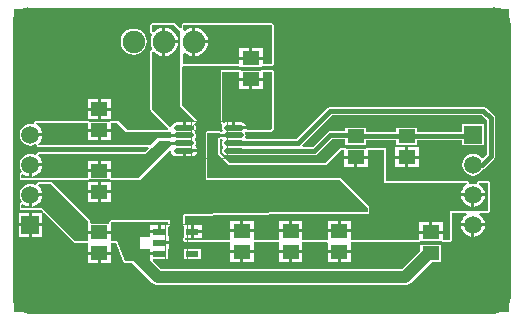
<source format=gtl>
G04*
G04 #@! TF.GenerationSoftware,Altium Limited,Altium Designer,20.0.13 (296)*
G04*
G04 Layer_Physical_Order=1*
G04 Layer_Color=255*
%FSLAX24Y24*%
%MOIN*%
G70*
G01*
G75*
%ADD10C,0.0100*%
%ADD14C,0.0039*%
%ADD15R,0.0579X0.0457*%
%ADD16R,0.0433X0.0236*%
%ADD17O,0.0669X0.0169*%
%ADD24C,0.0400*%
%ADD25C,0.0150*%
%ADD26C,0.0748*%
%ADD27C,0.0591*%
%ADD28R,0.0591X0.0591*%
G36*
X16500Y0D02*
X0D01*
Y10100D01*
X16500D01*
Y0D01*
D02*
G37*
%LPC*%
G36*
X8600Y9615D02*
X5650D01*
X5604Y9596D01*
X5585Y9550D01*
Y9472D01*
X5539Y9453D01*
X5396Y9596D01*
X5350Y9615D01*
X4600D01*
X4554Y9596D01*
X4535Y9550D01*
Y9335D01*
X4541Y9321D01*
X4542Y9306D01*
X4550Y9299D01*
X4554Y9289D01*
X4568Y9283D01*
X4579Y9274D01*
X4596Y9268D01*
X4611Y9239D01*
X4618Y9211D01*
X4577Y9113D01*
X4562Y9000D01*
X4577Y8887D01*
X4618Y8789D01*
X4611Y8761D01*
X4596Y8732D01*
X4579Y8726D01*
X4568Y8716D01*
X4554Y8711D01*
X4550Y8701D01*
X4542Y8694D01*
X4541Y8679D01*
X4535Y8665D01*
Y6750D01*
X4554Y6704D01*
X5143Y6115D01*
X5143Y6114D01*
X5133Y6066D01*
X5133Y6065D01*
X3777D01*
X3496Y6346D01*
X3450Y6365D01*
X3239D01*
X3193Y6346D01*
X3190Y6338D01*
X2510D01*
X2507Y6346D01*
X2461Y6365D01*
X748D01*
X730Y6358D01*
X712Y6354D01*
X708Y6348D01*
X702Y6346D01*
X695Y6328D01*
X684Y6313D01*
X679Y6285D01*
X652Y6256D01*
X626Y6248D01*
X550Y6258D01*
X457Y6246D01*
X371Y6210D01*
X297Y6153D01*
X240Y6079D01*
X204Y5993D01*
X192Y5900D01*
X204Y5807D01*
X240Y5721D01*
X297Y5647D01*
X371Y5590D01*
X457Y5554D01*
X550Y5542D01*
X643Y5554D01*
X699Y5577D01*
X702Y5577D01*
X755Y5552D01*
X757Y5549D01*
X764Y5529D01*
X774Y5518D01*
X779Y5504D01*
X789Y5500D01*
X797Y5492D01*
X812Y5491D01*
X825Y5485D01*
X4472D01*
X4490Y5438D01*
X4353Y5315D01*
X4150Y5315D01*
X825D01*
X812Y5309D01*
X797Y5308D01*
X789Y5300D01*
X779Y5296D01*
X774Y5282D01*
X764Y5271D01*
X757Y5251D01*
X755Y5248D01*
X702Y5223D01*
X699Y5223D01*
X643Y5246D01*
X550Y5258D01*
X457Y5246D01*
X371Y5210D01*
X297Y5153D01*
X240Y5079D01*
X204Y4993D01*
X192Y4900D01*
X204Y4807D01*
X240Y4721D01*
X258Y4697D01*
X241Y4637D01*
X221Y4627D01*
X214Y4619D01*
X204Y4615D01*
X198Y4601D01*
X189Y4590D01*
X189Y4579D01*
X185Y4569D01*
Y4450D01*
X204Y4404D01*
X250Y4385D01*
X2461D01*
X2507Y4404D01*
X2510Y4412D01*
X3190D01*
X3193Y4404D01*
X3239Y4385D01*
X4150D01*
X4196Y4404D01*
X5190Y5399D01*
X5237Y5374D01*
X5235Y5366D01*
X5249Y5294D01*
X5290Y5233D01*
X5351Y5192D01*
X5423Y5178D01*
X5623D01*
Y5366D01*
X5673D01*
Y5416D01*
X6102D01*
X6097Y5438D01*
X6056Y5499D01*
X6047Y5547D01*
X6059Y5566D01*
X6071Y5622D01*
X6059Y5678D01*
X6028Y5726D01*
Y5774D01*
X6059Y5822D01*
X6071Y5878D01*
X6059Y5934D01*
X6033Y5973D01*
X6030Y6006D01*
X6033Y6038D01*
X6059Y6077D01*
X6071Y6134D01*
X6059Y6190D01*
X6042Y6217D01*
X6049Y6274D01*
X6053Y6281D01*
X6054Y6281D01*
X6061Y6290D01*
X6070Y6295D01*
X6077Y6303D01*
X6083Y6319D01*
X6084Y6321D01*
X6084Y6322D01*
X6093Y6338D01*
X6096Y6361D01*
X6095Y6365D01*
X6096Y6369D01*
X6088Y6389D01*
X6082Y6409D01*
X6079Y6411D01*
X6077Y6415D01*
X5615Y6877D01*
Y8162D01*
X5650Y8185D01*
X7501Y8185D01*
X7551Y8162D01*
Y8162D01*
X8249D01*
Y8162D01*
X8286Y8186D01*
X8289Y8185D01*
X8600D01*
X8646Y8204D01*
X8665Y8250D01*
Y9550D01*
X8646Y9596D01*
X8600Y9615D01*
D02*
G37*
G36*
X3992Y9438D02*
X3879Y9423D01*
X3773Y9379D01*
X3683Y9310D01*
X3613Y9219D01*
X3569Y9113D01*
X3554Y9000D01*
X3569Y8887D01*
X3613Y8781D01*
X3683Y8690D01*
X3773Y8621D01*
X3879Y8577D01*
X3992Y8562D01*
X4105Y8577D01*
X4211Y8621D01*
X4302Y8690D01*
X4371Y8781D01*
X4415Y8887D01*
X4430Y9000D01*
X4415Y9113D01*
X4371Y9219D01*
X4302Y9310D01*
X4211Y9379D01*
X4105Y9423D01*
X3992Y9438D01*
D02*
G37*
G36*
X8600Y8065D02*
X8289D01*
X8243Y8046D01*
X8240Y8038D01*
X7560D01*
X7557Y8046D01*
X7511Y8065D01*
X6950D01*
X6904Y8046D01*
X6885Y8000D01*
Y6324D01*
X6889Y6315D01*
X6888Y6305D01*
X6898Y6293D01*
X6904Y6278D01*
X6913Y6275D01*
X6919Y6267D01*
X6928Y6262D01*
X6946Y6199D01*
X6941Y6190D01*
X6929Y6134D01*
X6941Y6077D01*
X6964Y6043D01*
X6947Y5999D01*
X6945Y5997D01*
X6898Y5996D01*
X6878Y6004D01*
X6858Y6015D01*
X6855Y6014D01*
X6852Y6015D01*
X6450D01*
X6404Y5996D01*
X6385Y5950D01*
Y4450D01*
X6404Y4404D01*
X6450Y4385D01*
X10873D01*
X11785Y3473D01*
Y3314D01*
X9450D01*
X9450Y3313D01*
X9449Y3314D01*
X5699Y3265D01*
X5677Y3255D01*
X5654Y3246D01*
X5654Y3246D01*
X5653Y3245D01*
X5644Y3223D01*
X5635Y3200D01*
Y2892D01*
X5654Y2846D01*
X5675Y2838D01*
Y2510D01*
X5654Y2502D01*
X5635Y2456D01*
Y2400D01*
X5654Y2354D01*
X5700Y2335D01*
X7164D01*
X7211Y2328D01*
X7211Y2285D01*
Y2050D01*
X7600D01*
Y2000D01*
D01*
Y2050D01*
X7989D01*
Y2285D01*
X7989Y2328D01*
X8036Y2335D01*
X8789D01*
X8836Y2328D01*
X8836Y2285D01*
Y2050D01*
X9225D01*
X9614D01*
Y2285D01*
X9614Y2328D01*
X9661Y2335D01*
X10414Y2335D01*
X10461Y2285D01*
Y2050D01*
X10850D01*
X11239D01*
Y2285D01*
X11239Y2328D01*
X11286Y2335D01*
X13511D01*
X13557Y2354D01*
X13560Y2362D01*
X14240D01*
X14243Y2354D01*
X14289Y2335D01*
X14550D01*
X14596Y2354D01*
X14615Y2400D01*
Y3285D01*
X15071D01*
X15087Y3235D01*
X15018Y3182D01*
X14955Y3099D01*
X14915Y3003D01*
X14908Y2950D01*
X15300D01*
X15692D01*
X15685Y3003D01*
X15645Y3099D01*
X15582Y3182D01*
X15513Y3235D01*
X15529Y3285D01*
X15800D01*
X15846Y3304D01*
X15865Y3350D01*
Y4300D01*
X15846Y4346D01*
X15800Y4365D01*
X15498D01*
X15480Y4358D01*
X15462Y4354D01*
X15458Y4348D01*
X15452Y4346D01*
X15445Y4328D01*
X15434Y4313D01*
X15429Y4285D01*
X15402Y4256D01*
X15376Y4248D01*
X15300Y4258D01*
X15224Y4248D01*
X15198Y4256D01*
X15171Y4285D01*
X15166Y4313D01*
X15155Y4328D01*
X15148Y4346D01*
X15142Y4348D01*
X15138Y4354D01*
X15120Y4358D01*
X15102Y4365D01*
X12415D01*
Y5400D01*
X12396Y5446D01*
X12350Y5465D01*
X11789D01*
X11743Y5446D01*
X11740Y5438D01*
X11060D01*
X11057Y5446D01*
X11011Y5465D01*
X10900D01*
X10854Y5446D01*
X10373Y4965D01*
X7177D01*
X6865Y5277D01*
Y5738D01*
X6879Y5746D01*
X6899Y5754D01*
X6911Y5755D01*
X6935Y5749D01*
X6955Y5699D01*
X6941Y5678D01*
X6929Y5622D01*
X6941Y5566D01*
X6967Y5527D01*
X6970Y5494D01*
X6967Y5462D01*
X6941Y5423D01*
X6929Y5366D01*
X6941Y5310D01*
X6972Y5262D01*
X7020Y5230D01*
X7077Y5219D01*
X7577D01*
X7626Y5228D01*
X10016D01*
X10069Y5239D01*
X10113Y5269D01*
X10607Y5762D01*
X11051D01*
Y5562D01*
X11749D01*
Y5713D01*
X12751D01*
Y5562D01*
X13449D01*
Y5713D01*
X14945D01*
Y5545D01*
X15655D01*
Y6255D01*
X14945D01*
Y5988D01*
X13449D01*
Y6139D01*
X12751D01*
Y5988D01*
X11749D01*
Y6139D01*
X11051D01*
Y6038D01*
X10550D01*
X10550Y6038D01*
X10497Y6027D01*
X10453Y5997D01*
X10453Y5997D01*
X9959Y5504D01*
X9619D01*
X9598Y5554D01*
X10607Y6562D01*
X15593D01*
X15762Y6393D01*
Y5257D01*
X15626Y5121D01*
X15576Y5124D01*
X15553Y5153D01*
X15479Y5210D01*
X15393Y5246D01*
X15300Y5258D01*
X15207Y5246D01*
X15121Y5210D01*
X15047Y5153D01*
X14990Y5079D01*
X14954Y4993D01*
X14942Y4900D01*
X14954Y4807D01*
X14990Y4721D01*
X15047Y4647D01*
X15121Y4590D01*
X15207Y4554D01*
X15300Y4542D01*
X15393Y4554D01*
X15479Y4590D01*
X15553Y4647D01*
X15610Y4721D01*
X15630Y4768D01*
X15653Y4773D01*
X15697Y4803D01*
X15997Y5103D01*
X16027Y5147D01*
X16038Y5200D01*
Y6450D01*
X16027Y6503D01*
X15997Y6547D01*
X15997Y6547D01*
X15747Y6797D01*
X15703Y6827D01*
X15650Y6838D01*
X10550D01*
X10550Y6838D01*
X10497Y6827D01*
X10453Y6797D01*
X9415Y5760D01*
X7732D01*
X7705Y5810D01*
X7713Y5822D01*
X7724Y5878D01*
X7713Y5934D01*
X7705Y5947D01*
X7712Y5979D01*
X7725Y6001D01*
X7740Y6005D01*
X7750Y6004D01*
X7753Y6004D01*
X7772Y5996D01*
X7791Y5985D01*
X7795Y5986D01*
X7798Y5985D01*
X8550D01*
X8596Y6004D01*
X8646Y6054D01*
X8665Y6100D01*
Y8000D01*
X8646Y8046D01*
X8600Y8065D01*
D02*
G37*
G36*
X3239Y7079D02*
X2900D01*
Y6801D01*
X3239D01*
Y7079D01*
D02*
G37*
G36*
X2800D02*
X2461D01*
Y6801D01*
X2800D01*
Y7079D01*
D02*
G37*
G36*
X3239Y6701D02*
X2900D01*
Y6422D01*
X3239D01*
Y6701D01*
D02*
G37*
G36*
X2800D02*
X2461D01*
Y6422D01*
X2800D01*
Y6701D01*
D02*
G37*
G36*
X13489Y5478D02*
X13150D01*
Y5200D01*
X13489D01*
Y5478D01*
D02*
G37*
G36*
X13050D02*
X12711D01*
Y5200D01*
X13050D01*
Y5478D01*
D02*
G37*
G36*
X6102Y5316D02*
X5723D01*
Y5178D01*
X5923D01*
X5995Y5192D01*
X6056Y5233D01*
X6097Y5294D01*
X6102Y5316D01*
D02*
G37*
G36*
X13489Y5100D02*
X13150D01*
Y4821D01*
X13489D01*
Y5100D01*
D02*
G37*
G36*
X13050D02*
X12711D01*
Y4821D01*
X13050D01*
Y5100D01*
D02*
G37*
G36*
X1250Y4315D02*
X825D01*
X812Y4309D01*
X797Y4308D01*
X789Y4300D01*
X779Y4296D01*
X774Y4282D01*
X764Y4271D01*
X757Y4251D01*
X755Y4248D01*
X702Y4223D01*
X699Y4223D01*
X643Y4246D01*
X550Y4258D01*
X457Y4246D01*
X371Y4210D01*
X297Y4153D01*
X240Y4079D01*
X204Y3993D01*
X192Y3900D01*
X204Y3807D01*
X240Y3721D01*
X258Y3697D01*
X241Y3637D01*
X221Y3627D01*
X214Y3619D01*
X204Y3615D01*
X198Y3601D01*
X189Y3590D01*
X189Y3579D01*
X185Y3569D01*
Y3450D01*
X204Y3404D01*
X250Y3385D01*
X923D01*
X975Y3333D01*
X942Y3295D01*
X897Y3295D01*
X600D01*
Y2950D01*
X945D01*
Y3245D01*
X945Y3292D01*
X983Y3325D01*
X1854Y2454D01*
X2004Y2304D01*
X2050Y2285D01*
X2413D01*
X2461Y2278D01*
X2461Y2235D01*
Y2000D01*
X2850D01*
X3239D01*
Y2235D01*
X3239Y2278D01*
X3287Y2285D01*
X3405D01*
X3639Y1677D01*
X3649Y1667D01*
X3654Y1654D01*
X3665Y1649D01*
X3674Y1641D01*
X3687Y1640D01*
X3700Y1635D01*
X3944D01*
X4615Y965D01*
X4615Y965D01*
X4669Y923D01*
X4732Y897D01*
X4800Y888D01*
X4800Y888D01*
X13039Y888D01*
X13039Y888D01*
X13107Y897D01*
X13170Y923D01*
X13225Y965D01*
X13922Y1661D01*
X14249D01*
Y2238D01*
X13551D01*
Y2032D01*
X12931Y1412D01*
X4909Y1412D01*
X4623Y1698D01*
X4644Y1748D01*
X5125D01*
Y2082D01*
X5165D01*
Y2250D01*
X4849D01*
Y2350D01*
X5165D01*
Y2518D01*
X5125D01*
Y2827D01*
X5150D01*
X5196Y2846D01*
X5215Y2892D01*
Y3000D01*
X5196Y3046D01*
X5150Y3065D01*
X3281D01*
X3267Y3059D01*
X3251Y3058D01*
X3210Y3037D01*
X3203Y3029D01*
X3193Y3025D01*
X3188Y3011D01*
X3178Y2999D01*
X3178Y2989D01*
X3174Y2979D01*
Y2939D01*
X2559D01*
X2529Y2989D01*
X2534Y3016D01*
X2533Y3023D01*
X2536Y3029D01*
X2529Y3046D01*
X2525Y3065D01*
X2519Y3069D01*
X2517Y3075D01*
X2396Y3196D01*
X1296Y4296D01*
X1250Y4315D01*
D02*
G37*
G36*
X3239Y4328D02*
X2900D01*
Y4050D01*
X3239D01*
Y4328D01*
D02*
G37*
G36*
X2800D02*
X2461D01*
Y4050D01*
X2800D01*
Y4328D01*
D02*
G37*
G36*
X3239Y3950D02*
X2900D01*
Y3672D01*
X3239D01*
Y3950D01*
D02*
G37*
G36*
X2800D02*
X2461D01*
Y3672D01*
X2800D01*
Y3950D01*
D02*
G37*
G36*
X500Y3295D02*
X155D01*
Y2950D01*
X500D01*
Y3295D01*
D02*
G37*
G36*
X15692Y2850D02*
X15350D01*
Y2508D01*
X15403Y2515D01*
X15499Y2555D01*
X15582Y2618D01*
X15645Y2701D01*
X15685Y2797D01*
X15692Y2850D01*
D02*
G37*
G36*
X15250D02*
X14908D01*
X14915Y2797D01*
X14955Y2701D01*
X15018Y2618D01*
X15101Y2555D01*
X15197Y2515D01*
X15250Y2508D01*
Y2850D01*
D02*
G37*
G36*
X945D02*
X600D01*
Y2505D01*
X945D01*
Y2850D01*
D02*
G37*
G36*
X500D02*
X155D01*
Y2505D01*
X500D01*
Y2850D01*
D02*
G37*
G36*
X6228Y2104D02*
X5675D01*
Y1748D01*
X6228D01*
Y2104D01*
D02*
G37*
G36*
X11239Y1950D02*
X10900D01*
Y1671D01*
X11239D01*
Y1950D01*
D02*
G37*
G36*
X10800D02*
X10461D01*
Y1671D01*
X10800D01*
Y1950D01*
D02*
G37*
G36*
X9614D02*
X9275D01*
Y1671D01*
X9614D01*
Y1950D01*
D02*
G37*
G36*
X9175D02*
X8836D01*
Y1671D01*
X9175D01*
Y1950D01*
D02*
G37*
G36*
X7989D02*
X7650D01*
Y1671D01*
X7989D01*
Y1950D01*
D02*
G37*
G36*
X7550D02*
X7211D01*
Y1671D01*
X7550D01*
Y1950D01*
D02*
G37*
G36*
X3239Y1900D02*
X2900D01*
Y1622D01*
X3239D01*
Y1900D01*
D02*
G37*
G36*
X2800D02*
X2461D01*
Y1622D01*
X2800D01*
Y1900D01*
D02*
G37*
%LPD*%
G36*
X8600Y8250D02*
X8289D01*
Y8400D01*
X7900D01*
X7511D01*
Y8250D01*
X5650Y8250D01*
Y8608D01*
X5700Y8633D01*
X5761Y8586D01*
X5876Y8538D01*
X5950Y8528D01*
Y9000D01*
Y9472D01*
X5876Y9462D01*
X5761Y9414D01*
X5700Y9367D01*
X5650Y9392D01*
Y9550D01*
X8600D01*
Y8250D01*
D02*
G37*
G36*
X5550Y9350D02*
Y6850D01*
X6031Y6369D01*
X6029Y6346D01*
X6022Y6338D01*
X5976Y6312D01*
X5923Y6322D01*
X5723D01*
Y6134D01*
X5623D01*
Y6322D01*
X5423D01*
X5351Y6308D01*
X5290Y6267D01*
X5249Y6206D01*
X5244Y6177D01*
X5189Y6161D01*
X4600Y6750D01*
Y8665D01*
X4647Y8681D01*
X4662Y8662D01*
X4761Y8586D01*
X4876Y8538D01*
X4950Y8528D01*
Y9000D01*
Y9472D01*
X4876Y9462D01*
X4761Y9414D01*
X4662Y9338D01*
X4647Y9319D01*
X4600Y9335D01*
Y9550D01*
X5350D01*
X5550Y9350D01*
D02*
G37*
G36*
X3750Y6000D02*
X5230D01*
X5253Y5956D01*
X5249Y5950D01*
X5245Y5928D01*
X5673D01*
Y5828D01*
X5222D01*
X5199Y5800D01*
X4800D01*
X4550Y5550D01*
X825D01*
X808Y5600D01*
X832Y5618D01*
X895Y5701D01*
X935Y5797D01*
X942Y5850D01*
X550D01*
Y5950D01*
X942D01*
X935Y6003D01*
X895Y6099D01*
X832Y6182D01*
X749Y6245D01*
X738Y6250D01*
X748Y6300D01*
X2461D01*
Y6100D01*
X2850D01*
X3239D01*
Y6300D01*
X3450D01*
X3750Y6000D01*
D02*
G37*
G36*
X5222Y5672D02*
X5673D01*
Y5572D01*
X5245D01*
X5249Y5550D01*
X5250Y5550D01*
X4150Y4450D01*
X3239D01*
Y4651D01*
X2850D01*
X2461D01*
Y4450D01*
X250D01*
Y4569D01*
X300Y4594D01*
X351Y4555D01*
X447Y4515D01*
X500Y4508D01*
Y4900D01*
X550D01*
Y4950D01*
X942D01*
X935Y5003D01*
X895Y5099D01*
X832Y5182D01*
X808Y5200D01*
X825Y5250D01*
X4150D01*
X4378Y5250D01*
X4878Y5700D01*
X5199D01*
X5222Y5672D01*
D02*
G37*
%LPC*%
G36*
X6050Y9472D02*
Y9050D01*
X6472D01*
X6462Y9124D01*
X6414Y9239D01*
X6338Y9338D01*
X6239Y9414D01*
X6124Y9462D01*
X6050Y9472D01*
D02*
G37*
G36*
X6472Y8950D02*
X6050D01*
Y8528D01*
X6124Y8538D01*
X6239Y8586D01*
X6338Y8662D01*
X6414Y8761D01*
X6462Y8876D01*
X6472Y8950D01*
D02*
G37*
G36*
X8289Y8778D02*
X7950D01*
Y8500D01*
X8289D01*
Y8778D01*
D02*
G37*
G36*
X7850D02*
X7511D01*
Y8500D01*
X7850D01*
Y8778D01*
D02*
G37*
G36*
X5050Y9472D02*
Y9050D01*
X5472D01*
X5462Y9124D01*
X5414Y9239D01*
X5338Y9338D01*
X5239Y9414D01*
X5124Y9462D01*
X5050Y9472D01*
D02*
G37*
G36*
X5472Y8950D02*
X5050D01*
Y8528D01*
X5124Y8538D01*
X5239Y8586D01*
X5338Y8662D01*
X5414Y8761D01*
X5462Y8876D01*
X5472Y8950D01*
D02*
G37*
G36*
X3239Y6000D02*
X2900D01*
Y5722D01*
X3239D01*
Y6000D01*
D02*
G37*
G36*
X2800D02*
X2461D01*
Y5722D01*
X2800D01*
Y6000D01*
D02*
G37*
G36*
X3239Y5029D02*
X2900D01*
Y4751D01*
X3239D01*
Y5029D01*
D02*
G37*
G36*
X2800D02*
X2461D01*
Y4751D01*
X2800D01*
Y5029D01*
D02*
G37*
G36*
X942Y4850D02*
X600D01*
Y4508D01*
X653Y4515D01*
X749Y4555D01*
X832Y4618D01*
X895Y4701D01*
X935Y4797D01*
X942Y4850D01*
D02*
G37*
%LPD*%
G36*
X8600Y6100D02*
X8550Y6050D01*
X7798D01*
X7771Y6084D01*
X7327D01*
Y6134D01*
X7277D01*
Y6322D01*
X7077D01*
X7005Y6308D01*
X6994Y6301D01*
X6950Y6324D01*
Y8000D01*
X7511D01*
Y7799D01*
X7900D01*
X8289D01*
Y8000D01*
X8600D01*
Y6100D01*
D02*
G37*
G36*
X6870Y5928D02*
X7327D01*
Y5828D01*
X6876D01*
X6853Y5800D01*
X6800D01*
Y5250D01*
X7150Y4900D01*
X10400D01*
X10900Y5400D01*
X11011D01*
Y5200D01*
X11400D01*
X11789D01*
Y5400D01*
X12350D01*
Y4300D01*
X15102D01*
X15112Y4250D01*
X15101Y4245D01*
X15018Y4182D01*
X14955Y4099D01*
X14915Y4003D01*
X14908Y3950D01*
X15300D01*
X15692D01*
X15685Y4003D01*
X15645Y4099D01*
X15582Y4182D01*
X15499Y4245D01*
X15488Y4250D01*
X15498Y4300D01*
X15800D01*
Y3350D01*
X14550D01*
Y2400D01*
X14289D01*
Y2600D01*
X13900D01*
X13511D01*
Y2400D01*
X11239D01*
Y2650D01*
X10850D01*
X10461D01*
Y2400D01*
X9614Y2400D01*
Y2650D01*
X9225D01*
X8836D01*
Y2400D01*
X7989D01*
Y2650D01*
X7600D01*
X7211D01*
Y2400D01*
X5700D01*
Y2456D01*
X5901D01*
Y2674D01*
Y2892D01*
X5700D01*
Y3200D01*
X9450Y3249D01*
X11850D01*
Y3500D01*
X10900Y4450D01*
X6450D01*
Y5950D01*
X6852D01*
X6870Y5928D01*
D02*
G37*
%LPC*%
G36*
X8289Y7699D02*
X7950D01*
Y7421D01*
X8289D01*
Y7699D01*
D02*
G37*
G36*
X7850D02*
X7511D01*
Y7421D01*
X7850D01*
Y7699D01*
D02*
G37*
G36*
X7577Y6322D02*
X7377D01*
Y6184D01*
X7755D01*
X7751Y6206D01*
X7710Y6267D01*
X7649Y6308D01*
X7577Y6322D01*
D02*
G37*
G36*
X11789Y5100D02*
X11450D01*
Y4821D01*
X11789D01*
Y5100D01*
D02*
G37*
G36*
X11350D02*
X11011D01*
Y4821D01*
X11350D01*
Y5100D01*
D02*
G37*
G36*
X15692Y3850D02*
X15350D01*
Y3508D01*
X15403Y3515D01*
X15499Y3555D01*
X15582Y3618D01*
X15645Y3701D01*
X15685Y3797D01*
X15692Y3850D01*
D02*
G37*
G36*
X15250D02*
X14908D01*
X14915Y3797D01*
X14955Y3701D01*
X15018Y3618D01*
X15101Y3555D01*
X15197Y3515D01*
X15250Y3508D01*
Y3850D01*
D02*
G37*
G36*
X11239Y3029D02*
X10900D01*
Y2750D01*
X11239D01*
Y3029D01*
D02*
G37*
G36*
X9614D02*
X9275D01*
Y2750D01*
X9614D01*
Y3029D01*
D02*
G37*
G36*
X7989D02*
X7650D01*
Y2750D01*
X7989D01*
Y3029D01*
D02*
G37*
G36*
X10800D02*
X10461D01*
Y2750D01*
X10800D01*
Y3029D01*
D02*
G37*
G36*
X9175D02*
X8836D01*
Y2750D01*
X9175D01*
Y3029D01*
D02*
G37*
G36*
X7550D02*
X7211D01*
Y2750D01*
X7550D01*
Y3029D01*
D02*
G37*
G36*
X6268Y2892D02*
X6001D01*
Y2724D01*
X6268D01*
Y2892D01*
D02*
G37*
G36*
X14289Y2979D02*
X13950D01*
Y2700D01*
X14289D01*
Y2979D01*
D02*
G37*
G36*
X13850D02*
X13511D01*
Y2700D01*
X13850D01*
Y2979D01*
D02*
G37*
G36*
X6268Y2624D02*
X6001D01*
Y2456D01*
X6268D01*
Y2624D01*
D02*
G37*
%LPD*%
G36*
X2350Y3150D02*
X2471Y3029D01*
X2461Y2979D01*
X2461Y2979D01*
Y2701D01*
X2850D01*
X3239D01*
Y2979D01*
X3281Y3000D01*
X5150D01*
Y2892D01*
X4899D01*
Y2674D01*
X4849D01*
Y2624D01*
X4532D01*
Y2500D01*
X4200D01*
Y2100D01*
X4532D01*
Y1976D01*
X4849D01*
Y1876D01*
X4532D01*
Y1708D01*
X4486Y1700D01*
X3700D01*
X3450Y2350D01*
X3239D01*
Y2601D01*
X2850D01*
X2461D01*
Y2350D01*
X2050D01*
X1900Y2500D01*
X950Y3450D01*
X250D01*
Y3569D01*
X300Y3594D01*
X351Y3555D01*
X447Y3515D01*
X500Y3508D01*
Y3900D01*
X550D01*
Y3950D01*
X942D01*
X935Y4003D01*
X895Y4099D01*
X832Y4182D01*
X808Y4200D01*
X825Y4250D01*
X1250D01*
X2350Y3150D01*
D02*
G37*
%LPC*%
G36*
X942Y3850D02*
X600D01*
Y3508D01*
X653Y3515D01*
X749Y3555D01*
X832Y3618D01*
X895Y3701D01*
X935Y3797D01*
X942Y3850D01*
D02*
G37*
G36*
X4799Y2892D02*
X4532D01*
Y2724D01*
X4799D01*
Y2892D01*
D02*
G37*
%LPD*%
D10*
X16020Y-1D02*
G03*
X16500Y500I5J476D01*
G01*
Y9620D02*
G03*
X15999Y10100I-476J5D01*
G01*
X450Y10100D02*
G03*
X0Y9600I25J-475D01*
G01*
Y470D02*
G03*
X452Y-3I476J3D01*
G01*
X13100Y10100D02*
X15999D01*
X16500Y8250D02*
Y9620D01*
Y475D02*
Y6400D01*
X450Y0D02*
X16025D01*
X0Y450D02*
Y9600D01*
X450Y10100D02*
X10700Y10100D01*
X16500Y6400D02*
Y8250D01*
X10700Y10100D02*
X13100D01*
D14*
X6224Y6154D02*
G03*
X6224Y6154I-128J0D01*
G01*
X5046Y1690D02*
Y2910D01*
X5754Y1690D02*
Y2910D01*
X5046D02*
X5754D01*
X5046Y1690D02*
X5754D01*
X5890Y5140D02*
Y6360D01*
X7110Y5140D02*
Y6360D01*
X5890D02*
X7110D01*
X5890Y5140D02*
X7110D01*
D15*
X13900Y1950D02*
D03*
Y2650D02*
D03*
X2850Y4000D02*
D03*
Y4701D02*
D03*
Y1950D02*
D03*
Y2651D02*
D03*
X2850Y6751D02*
D03*
Y6050D02*
D03*
X13100Y5850D02*
D03*
Y5150D02*
D03*
X11400D02*
D03*
Y5850D02*
D03*
X7900Y7749D02*
D03*
Y8450D02*
D03*
X10850Y2000D02*
D03*
Y2700D02*
D03*
X9225Y2000D02*
D03*
Y2700D02*
D03*
X7600Y2000D02*
D03*
Y2700D02*
D03*
D16*
X4849Y2674D02*
D03*
Y2300D02*
D03*
Y1926D02*
D03*
X5951D02*
D03*
Y2674D02*
D03*
D17*
X5673Y6134D02*
D03*
Y5878D02*
D03*
Y5622D02*
D03*
Y5366D02*
D03*
X7327Y6134D02*
D03*
Y5878D02*
D03*
Y5622D02*
D03*
Y5366D02*
D03*
D24*
X13839Y1950D02*
X13900D01*
X13039Y1150D02*
X13839Y1950D01*
X4000Y1950D02*
X4800Y1150D01*
X13039Y1150D01*
D25*
X15650Y6700D02*
X15900Y6450D01*
X15600Y4900D02*
X15900Y5200D01*
Y6450D01*
X10550Y6700D02*
X15650D01*
X15250Y5850D02*
X15300Y5900D01*
X13350Y5850D02*
X15250D01*
X11400D02*
X13350D01*
X11350Y5900D02*
X11400Y5850D01*
X10550Y5900D02*
X11350D01*
X7327Y5366D02*
X10016D01*
X10550Y5900D01*
X9472Y5622D02*
X10550Y6700D01*
X7327Y5622D02*
X9472D01*
D26*
X3992Y9000D02*
D03*
X6000D02*
D03*
X5000D02*
D03*
D27*
X15300Y2900D02*
D03*
Y3900D02*
D03*
Y4900D02*
D03*
X550Y5900D02*
D03*
Y4900D02*
D03*
Y3900D02*
D03*
D28*
X15300Y5900D02*
D03*
X550Y2900D02*
D03*
M02*

</source>
